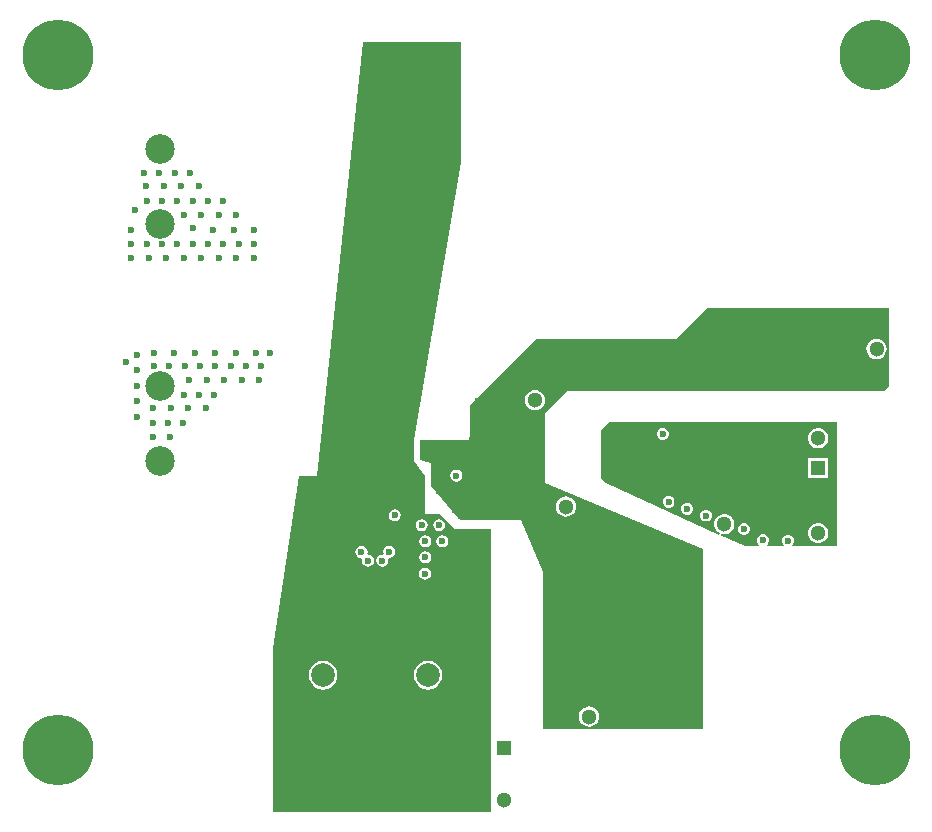
<source format=gbr>
%TF.GenerationSoftware,Altium Limited,Altium Designer,22.9.1 (49)*%
G04 Layer_Physical_Order=3*
G04 Layer_Color=16440176*
%FSLAX45Y45*%
%MOMM*%
%TF.SameCoordinates,C6D2A98E-D71B-44EB-B230-12E80A119C5B*%
%TF.FilePolarity,Positive*%
%TF.FileFunction,Copper,L3,Inr,Signal*%
%TF.Part,Single*%
G01*
G75*
%TA.AperFunction,ComponentPad*%
%ADD43C,1.30000*%
%ADD44C,1.90500*%
%ADD45C,2.00660*%
%ADD46C,0.60000*%
%ADD47R,1.30000X1.30000*%
%ADD48C,6.00000*%
%ADD49R,1.30000X1.30000*%
%ADD50C,2.50000*%
%TA.AperFunction,ViaPad*%
%ADD51C,0.60000*%
G36*
X6060000Y3537865D02*
X7052500D01*
Y2484441D01*
X6680612D01*
X6675352Y2497141D01*
X6682388Y2504177D01*
X6690000Y2522555D01*
Y2542446D01*
X6682388Y2560823D01*
X6668323Y2574888D01*
X6649946Y2582500D01*
X6630054D01*
X6611677Y2574888D01*
X6597612Y2560823D01*
X6590000Y2542446D01*
Y2522555D01*
X6597612Y2504177D01*
X6604648Y2497141D01*
X6599388Y2484441D01*
X6468113D01*
X6462852Y2497141D01*
X6472388Y2506677D01*
X6480000Y2525054D01*
Y2544946D01*
X6472388Y2563323D01*
X6458323Y2577388D01*
X6439946Y2585000D01*
X6420054D01*
X6401677Y2577388D01*
X6387612Y2563323D01*
X6380000Y2544946D01*
Y2525054D01*
X6387612Y2506677D01*
X6397148Y2497141D01*
X6391888Y2484441D01*
X6274706D01*
X6068237Y2578034D01*
X6072531Y2590031D01*
X6076863Y2588871D01*
X6091310Y2585000D01*
X6113691D01*
X6135309Y2590793D01*
X6154691Y2601983D01*
X6170517Y2617809D01*
X6181707Y2637191D01*
X6187500Y2658810D01*
Y2681190D01*
X6181707Y2702809D01*
X6170517Y2722191D01*
X6154691Y2738017D01*
X6135309Y2749207D01*
X6113691Y2755000D01*
X6091310D01*
X6069691Y2749207D01*
X6050309Y2738017D01*
X6034483Y2722191D01*
X6023293Y2702809D01*
X6017500Y2681190D01*
Y2658810D01*
X6023293Y2637191D01*
X6034483Y2617809D01*
X6050309Y2601983D01*
X6061612Y2595457D01*
X6065448Y2593242D01*
X6059638Y2581932D01*
X5100000Y3016941D01*
X5057500Y3059441D01*
Y3464219D01*
X5130886Y3537866D01*
X6060000Y3537865D01*
D02*
G37*
G36*
X7492500Y3835000D02*
X7457500Y3800000D01*
X4772500D01*
X4655000Y3682500D01*
X4587500Y3616184D01*
Y3021648D01*
X5917500Y2460000D01*
Y1525000D01*
Y940000D01*
X4567500D01*
Y2262500D01*
X4382283Y2707500D01*
X3860000D01*
X3615000Y2992500D01*
Y3185000D01*
X3522500Y3217500D01*
X3524947Y3381465D01*
X3527500Y3382500D01*
X3685000D01*
X3942500Y3385000D01*
X3945964Y3429036D01*
X3945000Y3430000D01*
Y3675000D01*
X4510000Y4240000D01*
X5690000D01*
X5952500Y4502500D01*
X7492500D01*
Y3835000D01*
D02*
G37*
G36*
X3870000Y6226058D02*
X3869999Y5735000D01*
X3475000Y3380000D01*
Y3210000D01*
X3570000Y3080897D01*
Y2755000D01*
X3697500D01*
X3822500Y2630000D01*
X4127500D01*
Y232500D01*
X2280000D01*
Y1622533D01*
X2497500Y3077500D01*
X2655000D01*
X3044260Y6752500D01*
X3869999D01*
X3870000Y6226058D01*
D02*
G37*
%LPC*%
G36*
X5589946Y3485000D02*
X5570054D01*
X5551677Y3477388D01*
X5537612Y3463323D01*
X5530000Y3444946D01*
Y3425054D01*
X5537612Y3406677D01*
X5551677Y3392612D01*
X5570054Y3385000D01*
X5589946D01*
X5608323Y3392612D01*
X5622388Y3406677D01*
X5630000Y3425054D01*
Y3444946D01*
X5622388Y3463323D01*
X5608323Y3477388D01*
X5589946Y3485000D01*
D02*
G37*
G36*
X6908691Y3482500D02*
X6886310D01*
X6864691Y3476707D01*
X6845309Y3465517D01*
X6829483Y3449691D01*
X6818293Y3430309D01*
X6812500Y3408690D01*
Y3386309D01*
X6818293Y3364691D01*
X6829483Y3345309D01*
X6845309Y3329483D01*
X6864691Y3318293D01*
X6886310Y3312500D01*
X6908691D01*
X6930309Y3318293D01*
X6949691Y3329483D01*
X6965517Y3345309D01*
X6976707Y3364691D01*
X6982500Y3386309D01*
Y3408690D01*
X6976707Y3430309D01*
X6965517Y3449691D01*
X6949691Y3465517D01*
X6930309Y3476707D01*
X6908691Y3482500D01*
D02*
G37*
G36*
X6982500Y3228500D02*
X6812500D01*
Y3058500D01*
X6982500D01*
Y3228500D01*
D02*
G37*
G36*
X5639946Y2909999D02*
X5620054D01*
X5601677Y2902387D01*
X5587612Y2888322D01*
X5580000Y2869945D01*
Y2850054D01*
X5587612Y2831677D01*
X5601677Y2817611D01*
X5620054Y2809999D01*
X5639946D01*
X5658323Y2817611D01*
X5672388Y2831677D01*
X5680000Y2850054D01*
Y2869945D01*
X5672388Y2888322D01*
X5658323Y2902387D01*
X5639946Y2909999D01*
D02*
G37*
G36*
X5799320Y2851874D02*
X5779429D01*
X5761052Y2844263D01*
X5746987Y2830197D01*
X5739375Y2811820D01*
Y2791929D01*
X5746987Y2773552D01*
X5761052Y2759486D01*
X5779429Y2751875D01*
X5799320D01*
X5817698Y2759486D01*
X5831763Y2773552D01*
X5839375Y2791929D01*
Y2811820D01*
X5831763Y2830197D01*
X5817698Y2844263D01*
X5799320Y2851874D01*
D02*
G37*
G36*
X5958695Y2793750D02*
X5938804D01*
X5920427Y2786138D01*
X5906362Y2772072D01*
X5898750Y2753695D01*
Y2733804D01*
X5906362Y2715427D01*
X5920427Y2701362D01*
X5938804Y2693750D01*
X5958695D01*
X5977072Y2701362D01*
X5991138Y2715427D01*
X5998749Y2733804D01*
Y2753695D01*
X5991138Y2772072D01*
X5977072Y2786138D01*
X5958695Y2793750D01*
D02*
G37*
G36*
X6277446Y2677500D02*
X6257554D01*
X6239177Y2669888D01*
X6225112Y2655823D01*
X6217500Y2637446D01*
Y2617554D01*
X6225112Y2599177D01*
X6239177Y2585112D01*
X6257554Y2577500D01*
X6277446D01*
X6295823Y2585112D01*
X6309888Y2599177D01*
X6317500Y2617554D01*
Y2637446D01*
X6309888Y2655823D01*
X6295823Y2669888D01*
X6277446Y2677500D01*
D02*
G37*
G36*
X6908691Y2680000D02*
X6886310D01*
X6864691Y2674207D01*
X6845309Y2663017D01*
X6829483Y2647191D01*
X6818293Y2627809D01*
X6812500Y2606190D01*
Y2583809D01*
X6818293Y2562191D01*
X6829483Y2542809D01*
X6845309Y2526983D01*
X6864691Y2515793D01*
X6886310Y2510000D01*
X6908691D01*
X6930309Y2515793D01*
X6949691Y2526983D01*
X6965517Y2542809D01*
X6976707Y2562191D01*
X6982500Y2583809D01*
Y2606190D01*
X6976707Y2627809D01*
X6965517Y2647191D01*
X6949691Y2663017D01*
X6930309Y2674207D01*
X6908691Y2680000D01*
D02*
G37*
G36*
X7390771Y4241241D02*
X7368581Y4238319D01*
X7347904Y4229755D01*
X7330148Y4216130D01*
X7316523Y4198374D01*
X7307958Y4177697D01*
X7305037Y4155507D01*
X7307958Y4133318D01*
X7316523Y4112641D01*
X7330148Y4094885D01*
X7347904Y4081260D01*
X7368581Y4072695D01*
X7390771Y4069774D01*
X7412960Y4072695D01*
X7433637Y4081260D01*
X7451393Y4094885D01*
X7465018Y4112641D01*
X7473583Y4133318D01*
X7476504Y4155507D01*
X7473583Y4177697D01*
X7465018Y4198374D01*
X7451393Y4216130D01*
X7433637Y4229755D01*
X7412960Y4238319D01*
X7390771Y4241241D01*
D02*
G37*
G36*
X4497500Y3805733D02*
X4475311Y3802812D01*
X4454633Y3794247D01*
X4436877Y3780623D01*
X4423253Y3762867D01*
X4414688Y3742189D01*
X4411767Y3720000D01*
X4414688Y3697810D01*
X4423253Y3677133D01*
X4436877Y3659377D01*
X4454633Y3645753D01*
X4475311Y3637188D01*
X4497500Y3634267D01*
X4519689Y3637188D01*
X4540367Y3645753D01*
X4558123Y3659377D01*
X4571747Y3677133D01*
X4580312Y3697810D01*
X4583233Y3720000D01*
X4580312Y3742189D01*
X4571747Y3762867D01*
X4558123Y3780623D01*
X4540367Y3794247D01*
X4519689Y3802812D01*
X4497500Y3805733D01*
D02*
G37*
G36*
X3832500Y3133480D02*
X3812991Y3129599D01*
X3796452Y3118548D01*
X3785401Y3102009D01*
X3781521Y3082500D01*
X3785401Y3062991D01*
X3796452Y3046452D01*
X3812991Y3035401D01*
X3832500Y3031520D01*
X3852009Y3035401D01*
X3868548Y3046452D01*
X3879599Y3062991D01*
X3883480Y3082500D01*
X3879599Y3102009D01*
X3868548Y3118548D01*
X3852009Y3129599D01*
X3832500Y3133480D01*
D02*
G37*
G36*
X4760000Y2905733D02*
X4737810Y2902812D01*
X4717133Y2894247D01*
X4699377Y2880623D01*
X4685753Y2862867D01*
X4677188Y2842189D01*
X4674266Y2820000D01*
X4677188Y2797811D01*
X4685753Y2777133D01*
X4699377Y2759377D01*
X4717133Y2745753D01*
X4737810Y2737188D01*
X4760000Y2734267D01*
X4782189Y2737188D01*
X4802866Y2745753D01*
X4820623Y2759377D01*
X4834247Y2777133D01*
X4842812Y2797811D01*
X4845733Y2820000D01*
X4842812Y2842189D01*
X4834247Y2862867D01*
X4820623Y2880623D01*
X4802866Y2894247D01*
X4782189Y2902812D01*
X4760000Y2905733D01*
D02*
G37*
G36*
X4957500Y1128233D02*
X4935311Y1125312D01*
X4914633Y1116747D01*
X4896877Y1103123D01*
X4883253Y1085367D01*
X4874688Y1064690D01*
X4871767Y1042500D01*
X4874688Y1020311D01*
X4883253Y999633D01*
X4896877Y981877D01*
X4914633Y968253D01*
X4935311Y959688D01*
X4957500Y956767D01*
X4979690Y959688D01*
X5000367Y968253D01*
X5018123Y981877D01*
X5031747Y999633D01*
X5040312Y1020311D01*
X5043233Y1042500D01*
X5040312Y1064690D01*
X5031747Y1085367D01*
X5018123Y1103123D01*
X5000367Y1116747D01*
X4979690Y1125312D01*
X4957500Y1128233D01*
D02*
G37*
G36*
X3312500Y2795979D02*
X3292991Y2792099D01*
X3276452Y2781048D01*
X3265401Y2764509D01*
X3261521Y2745000D01*
X3265401Y2725491D01*
X3276452Y2708952D01*
X3292991Y2697901D01*
X3312500Y2694020D01*
X3332009Y2697901D01*
X3348548Y2708952D01*
X3359599Y2725491D01*
X3363480Y2745000D01*
X3359599Y2764509D01*
X3348548Y2781048D01*
X3332009Y2792099D01*
X3312500Y2795979D01*
D02*
G37*
G36*
X3687500Y2713480D02*
X3667991Y2709599D01*
X3651452Y2698548D01*
X3640401Y2682009D01*
X3636521Y2662500D01*
X3640401Y2642991D01*
X3651452Y2626452D01*
X3667991Y2615401D01*
X3687500Y2611521D01*
X3707009Y2615401D01*
X3723548Y2626452D01*
X3734599Y2642991D01*
X3738480Y2662500D01*
X3734599Y2682009D01*
X3723548Y2698548D01*
X3707009Y2709599D01*
X3687500Y2713480D01*
D02*
G37*
G36*
X3540000D02*
X3520491Y2709599D01*
X3503952Y2698548D01*
X3492901Y2682009D01*
X3489020Y2662500D01*
X3492901Y2642991D01*
X3503952Y2626452D01*
X3520491Y2615401D01*
X3540000Y2611521D01*
X3559509Y2615401D01*
X3576048Y2626452D01*
X3587099Y2642991D01*
X3590980Y2662500D01*
X3587099Y2682009D01*
X3576048Y2698548D01*
X3559509Y2709599D01*
X3540000Y2713480D01*
D02*
G37*
G36*
X3715000Y2576813D02*
X3695491Y2572932D01*
X3678952Y2561881D01*
X3667901Y2545342D01*
X3664020Y2525833D01*
X3667901Y2506324D01*
X3678952Y2489785D01*
X3695491Y2478734D01*
X3715000Y2474854D01*
X3734509Y2478734D01*
X3751048Y2489785D01*
X3762099Y2506324D01*
X3765980Y2525833D01*
X3762099Y2545342D01*
X3751048Y2561881D01*
X3734509Y2572932D01*
X3715000Y2576813D01*
D02*
G37*
G36*
X3570000D02*
X3550491Y2572932D01*
X3533952Y2561881D01*
X3522901Y2545342D01*
X3519020Y2525833D01*
X3522901Y2506324D01*
X3533952Y2489785D01*
X3550491Y2478734D01*
X3570000Y2474854D01*
X3589509Y2478734D01*
X3606048Y2489785D01*
X3617099Y2506324D01*
X3620980Y2525833D01*
X3617099Y2545342D01*
X3606048Y2561881D01*
X3589509Y2572932D01*
X3570000Y2576813D01*
D02*
G37*
G36*
Y2440146D02*
X3550491Y2436266D01*
X3533952Y2425215D01*
X3522901Y2408676D01*
X3519020Y2389167D01*
X3522901Y2369658D01*
X3533952Y2353119D01*
X3550491Y2342068D01*
X3570000Y2338187D01*
X3589509Y2342068D01*
X3606048Y2353119D01*
X3617099Y2369658D01*
X3620980Y2389167D01*
X3617099Y2408676D01*
X3606048Y2425215D01*
X3589509Y2436266D01*
X3570000Y2440146D01*
D02*
G37*
G36*
X3265000Y2488480D02*
X3245491Y2484599D01*
X3228952Y2473548D01*
X3217901Y2457009D01*
X3214020Y2437500D01*
X3216582Y2424622D01*
X3207675Y2413695D01*
X3206860Y2413352D01*
X3187991Y2409599D01*
X3171452Y2398548D01*
X3160401Y2382009D01*
X3156520Y2362500D01*
X3160401Y2342991D01*
X3171452Y2326452D01*
X3187991Y2315401D01*
X3207500Y2311520D01*
X3227009Y2315401D01*
X3243548Y2326452D01*
X3254599Y2342991D01*
X3258480Y2362500D01*
X3255918Y2375378D01*
X3264825Y2386305D01*
X3265640Y2386648D01*
X3284509Y2390401D01*
X3301048Y2401452D01*
X3312099Y2417991D01*
X3315980Y2437500D01*
X3312099Y2457009D01*
X3301048Y2473548D01*
X3284509Y2484599D01*
X3265000Y2488480D01*
D02*
G37*
G36*
X3030000Y2485980D02*
X3010491Y2482099D01*
X2993952Y2471048D01*
X2982901Y2454509D01*
X2979020Y2435000D01*
X2982901Y2415491D01*
X2993952Y2398952D01*
X3010491Y2387901D01*
X3026477Y2384721D01*
X3030078Y2383866D01*
X3035961Y2372257D01*
X3034020Y2362500D01*
X3037901Y2342991D01*
X3048952Y2326452D01*
X3065491Y2315401D01*
X3085000Y2311520D01*
X3104509Y2315401D01*
X3121048Y2326452D01*
X3132099Y2342991D01*
X3135980Y2362500D01*
X3132099Y2382009D01*
X3121048Y2398548D01*
X3104509Y2409599D01*
X3088523Y2412779D01*
X3084922Y2413634D01*
X3079039Y2425243D01*
X3080980Y2435000D01*
X3077099Y2454509D01*
X3066048Y2471048D01*
X3049509Y2482099D01*
X3030000Y2485980D01*
D02*
G37*
G36*
X3567500Y2303480D02*
X3547991Y2299599D01*
X3531452Y2288548D01*
X3520401Y2272009D01*
X3516521Y2252500D01*
X3520401Y2232991D01*
X3531452Y2216452D01*
X3547991Y2205401D01*
X3567500Y2201520D01*
X3587009Y2205401D01*
X3603548Y2216452D01*
X3614599Y2232991D01*
X3618480Y2252500D01*
X3614599Y2272009D01*
X3603548Y2288548D01*
X3587009Y2299599D01*
X3567500Y2303480D01*
D02*
G37*
G36*
X3592500Y1513868D02*
X3561087Y1509733D01*
X3531816Y1497608D01*
X3506680Y1478320D01*
X3487392Y1453184D01*
X3475267Y1423912D01*
X3471131Y1392500D01*
X3475267Y1361087D01*
X3487392Y1331816D01*
X3506680Y1306680D01*
X3531816Y1287392D01*
X3561087Y1275267D01*
X3592500Y1271132D01*
X3623912Y1275267D01*
X3653184Y1287392D01*
X3678320Y1306680D01*
X3697608Y1331816D01*
X3709732Y1361087D01*
X3713868Y1392500D01*
X3709732Y1423912D01*
X3697608Y1453184D01*
X3678320Y1478320D01*
X3653184Y1497608D01*
X3623912Y1509733D01*
X3592500Y1513868D01*
D02*
G37*
G36*
X2705000D02*
X2673587Y1509733D01*
X2644316Y1497608D01*
X2619179Y1478320D01*
X2599892Y1453184D01*
X2587767Y1423912D01*
X2583631Y1392500D01*
X2587767Y1361087D01*
X2599892Y1331816D01*
X2619179Y1306680D01*
X2644316Y1287392D01*
X2673587Y1275267D01*
X2705000Y1271132D01*
X2736412Y1275267D01*
X2765684Y1287392D01*
X2790820Y1306680D01*
X2810108Y1331816D01*
X2822232Y1361087D01*
X2826368Y1392500D01*
X2822232Y1423912D01*
X2810108Y1453184D01*
X2790820Y1478320D01*
X2765684Y1497608D01*
X2736412Y1509733D01*
X2705000Y1513868D01*
D02*
G37*
%LPD*%
D43*
X4497500Y3720000D02*
D03*
X6102500Y2670000D02*
D03*
X4037500Y777500D02*
D03*
X6897500Y3397500D02*
D03*
X7390771Y4155507D02*
D03*
X6897500Y2595000D02*
D03*
Y2841380D02*
D03*
X4240000Y337500D02*
D03*
X3972500D02*
D03*
X4957500Y1042500D02*
D03*
X4727500D02*
D03*
X7390771Y3926907D02*
D03*
X6237500Y3460000D02*
D03*
X5975000Y3010000D02*
D03*
X4760000Y2820000D02*
D03*
X7080000Y4385000D02*
D03*
D44*
X3847770Y1137230D02*
D03*
X3337230D02*
D03*
Y1647770D02*
D03*
X3847770D02*
D03*
X2960270Y1137230D02*
D03*
X2449730D02*
D03*
X2960270Y1647770D02*
D03*
X2449730D02*
D03*
D45*
X3592500Y1392500D02*
D03*
X2705000D02*
D03*
D46*
X3195300Y2562700D02*
D03*
Y2664300D02*
D03*
X3093700Y2562700D02*
D03*
Y2664300D02*
D03*
D47*
X4237500Y777500D02*
D03*
D48*
X457500Y762500D02*
D03*
Y6642500D02*
D03*
X7377500D02*
D03*
Y762500D02*
D03*
D49*
X6897500Y3143500D02*
D03*
D50*
X1322500Y5210000D02*
D03*
Y5845000D02*
D03*
Y3837500D02*
D03*
Y3202500D02*
D03*
D51*
X1503214Y5530000D02*
D03*
X1354642D02*
D03*
X1577499Y5645000D02*
D03*
X1206071Y5530000D02*
D03*
X1651785D02*
D03*
X1447499Y5645000D02*
D03*
X1317500D02*
D03*
X1187500D02*
D03*
X1971427Y5290000D02*
D03*
X1525714D02*
D03*
X1599999Y5405000D02*
D03*
X1822856Y5290000D02*
D03*
X1674285D02*
D03*
X1110000Y5332500D02*
D03*
X1859999Y5405000D02*
D03*
X1729999D02*
D03*
X1469999D02*
D03*
X1340000D02*
D03*
X1210000D02*
D03*
X1127500Y3582501D02*
D03*
X1037500Y4045000D02*
D03*
X1127500Y3712501D02*
D03*
Y3842501D02*
D03*
Y3972500D02*
D03*
Y4102500D02*
D03*
X1411071Y3412500D02*
D03*
X1262500D02*
D03*
X1522499Y3527500D02*
D03*
X1392500D02*
D03*
X1262500D02*
D03*
X1710714Y3652500D02*
D03*
X1562142D02*
D03*
X1784999Y3767500D02*
D03*
X1413571Y3652500D02*
D03*
X1265000D02*
D03*
X1654999Y3767500D02*
D03*
X1524999D02*
D03*
X3712500Y3049999D02*
D03*
X3877500Y2970000D02*
D03*
X3640000Y3010000D02*
D03*
X3673400Y3337500D02*
D03*
Y3260000D02*
D03*
X3642500Y3090000D02*
D03*
X3765750Y2988000D02*
D03*
X3686500Y2956000D02*
D03*
X3819000Y2926000D02*
D03*
X3733000Y2902000D02*
D03*
X3779499Y2848000D02*
D03*
X3992500Y2850000D02*
D03*
X3872250Y2864000D02*
D03*
X3825999Y2794000D02*
D03*
X4038750Y2795000D02*
D03*
X3925499Y2802000D02*
D03*
X3832500Y3082500D02*
D03*
X3978749Y2740000D02*
D03*
X4084999D02*
D03*
X2735000Y2880000D02*
D03*
X2727500Y2997500D02*
D03*
X3872499Y2740000D02*
D03*
X3645000Y3192500D02*
D03*
X2922500Y1815000D02*
D03*
X2257500Y4122500D02*
D03*
X3787499Y6645000D02*
D03*
X3706666D02*
D03*
X3625833D02*
D03*
X3545000D02*
D03*
X3464166D02*
D03*
X3383333D02*
D03*
X3302500D02*
D03*
X3221667D02*
D03*
X3140833D02*
D03*
X3828332Y6712500D02*
D03*
X3747499D02*
D03*
X3666666D02*
D03*
X3585833D02*
D03*
X3505000D02*
D03*
X3424166D02*
D03*
X3343333D02*
D03*
X3262500D02*
D03*
X3181667D02*
D03*
X3100834D02*
D03*
X2830000Y1868889D02*
D03*
Y2105000D02*
D03*
Y1986945D02*
D03*
X2452500Y1995556D02*
D03*
Y2231666D02*
D03*
Y2349722D02*
D03*
Y2113611D02*
D03*
Y2467777D02*
D03*
Y1877500D02*
D03*
X2735000Y1935557D02*
D03*
Y2171668D02*
D03*
Y2289723D02*
D03*
Y2053612D02*
D03*
Y2407779D02*
D03*
Y2761945D02*
D03*
Y2525834D02*
D03*
Y2643889D02*
D03*
Y1817502D02*
D03*
X2642500Y1873057D02*
D03*
Y2109168D02*
D03*
Y2227223D02*
D03*
Y1991112D02*
D03*
Y2345279D02*
D03*
Y2699445D02*
D03*
Y2463334D02*
D03*
Y2581389D02*
D03*
Y2817500D02*
D03*
X2552500Y1820000D02*
D03*
Y2882499D02*
D03*
Y2646388D02*
D03*
Y2528333D02*
D03*
Y2764443D02*
D03*
Y2410277D02*
D03*
Y2056111D02*
D03*
Y2292222D02*
D03*
Y2174166D02*
D03*
X5630000Y2859999D02*
D03*
X3567500Y2252500D02*
D03*
X3570000Y2389167D02*
D03*
X3715000Y2525833D02*
D03*
X3570000D02*
D03*
X3687500Y2662500D02*
D03*
X3540000D02*
D03*
X6267500Y2627500D02*
D03*
X6471249Y3460000D02*
D03*
X6704999D02*
D03*
X6003750D02*
D03*
X5775000Y3480000D02*
D03*
X5375000Y3495000D02*
D03*
X6715000Y2925000D02*
D03*
X6513333D02*
D03*
X6311667D02*
D03*
X6715000Y3120000D02*
D03*
X6513333D02*
D03*
X6311667D02*
D03*
X6640000Y2532500D02*
D03*
X6430000Y2535000D02*
D03*
X6422500Y3960000D02*
D03*
X7210000Y3955000D02*
D03*
Y3842500D02*
D03*
X7400000Y4317500D02*
D03*
X7187500D02*
D03*
X6975000D02*
D03*
X6762500D02*
D03*
X6550000D02*
D03*
X4345000Y3852500D02*
D03*
X4540000Y2562500D02*
D03*
X4432500Y3220000D02*
D03*
X4520000Y3280000D02*
D03*
Y3152500D02*
D03*
Y3402500D02*
D03*
X4445000Y3342500D02*
D03*
X6468000Y3842500D02*
D03*
X7024500D02*
D03*
X6839000D02*
D03*
X6653500D02*
D03*
X6282500D02*
D03*
X6166250Y4440000D02*
D03*
X6287500D02*
D03*
X6045000D02*
D03*
X5302500Y4185000D02*
D03*
X5102500D02*
D03*
X4902500D02*
D03*
X4702500D02*
D03*
X4530000Y4155000D02*
D03*
X4345000Y3967500D02*
D03*
X4232500Y3852500D02*
D03*
X4092500Y3770000D02*
D03*
X4017500Y3712500D02*
D03*
X4627500Y2630000D02*
D03*
X4522500Y2695000D02*
D03*
X4667500Y2509998D02*
D03*
Y2314166D02*
D03*
Y2118333D02*
D03*
X4670000Y1922500D02*
D03*
X4667500Y1685000D02*
D03*
Y1478750D02*
D03*
Y1272500D02*
D03*
X3558959Y1679167D02*
D03*
Y1890833D02*
D03*
X3650000Y1802500D02*
D03*
X3407917D02*
D03*
X2552500Y1938056D02*
D03*
X2491042Y405833D02*
D03*
X2733124D02*
D03*
X2975207D02*
D03*
X3217290D02*
D03*
X3459373D02*
D03*
X3701456D02*
D03*
X2491042Y617500D02*
D03*
X2733124D02*
D03*
X2975207D02*
D03*
X3217290D02*
D03*
X3459373D02*
D03*
X3701456D02*
D03*
X2491042Y829166D02*
D03*
X2733124D02*
D03*
X2975207D02*
D03*
X3217290D02*
D03*
X3459373D02*
D03*
X3701456D02*
D03*
X1272501Y4007500D02*
D03*
X1402500D02*
D03*
X1532500D02*
D03*
X1662500D02*
D03*
X1922499D02*
D03*
X2052499D02*
D03*
X2182499D02*
D03*
X1866785Y3892500D02*
D03*
X2015357D02*
D03*
X1792500Y4007500D02*
D03*
X1569643Y3892500D02*
D03*
X1718214D02*
D03*
X2163928D02*
D03*
X1792500Y4122500D02*
D03*
X1619167D02*
D03*
X1445834D02*
D03*
X1272501D02*
D03*
X1965833D02*
D03*
X2139166D02*
D03*
X1946666Y5157500D02*
D03*
X1773333D02*
D03*
X1080000D02*
D03*
X2119999D02*
D03*
X1600000Y5177500D02*
D03*
X1971427Y4927500D02*
D03*
X2119999D02*
D03*
X1525714D02*
D03*
X1377143D02*
D03*
X1599999Y5042500D02*
D03*
X1228571Y4927500D02*
D03*
X1822856D02*
D03*
X1674285D02*
D03*
X1080000D02*
D03*
X2119998Y5042500D02*
D03*
X1989998D02*
D03*
X1859999D02*
D03*
X1729999D02*
D03*
X1469999D02*
D03*
X1340000D02*
D03*
X1210000D02*
D03*
X1080000D02*
D03*
X2612083Y300000D02*
D03*
X2854166D02*
D03*
X3096249D02*
D03*
X2370000D02*
D03*
X3822497D02*
D03*
X3338331D02*
D03*
X3580414D02*
D03*
X3822497Y511667D02*
D03*
X3580414Y511666D02*
D03*
X3338331D02*
D03*
X3096249D02*
D03*
X2854166D02*
D03*
X2612083D02*
D03*
X2370000D02*
D03*
X3338331Y723333D02*
D03*
X3580414D02*
D03*
X3822497Y723333D02*
D03*
X3822499Y935000D02*
D03*
X3580415Y934999D02*
D03*
X3338332D02*
D03*
X2370000Y723333D02*
D03*
X2612083D02*
D03*
X2854166D02*
D03*
X3096249D02*
D03*
X3096249Y934999D02*
D03*
X2854166D02*
D03*
X2612083D02*
D03*
X2370000D02*
D03*
X3230000Y2985000D02*
D03*
X3301250D02*
D03*
X3455417D02*
D03*
X3532500D02*
D03*
X3378333D02*
D03*
X2891250Y2997500D02*
D03*
X3054999D02*
D03*
X2973125D02*
D03*
X2809375D02*
D03*
X2635001Y2985000D02*
D03*
X2554168D02*
D03*
X3099167Y6582500D02*
D03*
X3180000D02*
D03*
X3260833D02*
D03*
X3341666D02*
D03*
X3422500D02*
D03*
X3503333D02*
D03*
X3584166D02*
D03*
X3664999D02*
D03*
X3745832D02*
D03*
X3826666D02*
D03*
X3139167Y6515000D02*
D03*
X3220000D02*
D03*
X3300833D02*
D03*
X3381666D02*
D03*
X3462500D02*
D03*
X3543333D02*
D03*
X3624166D02*
D03*
X3704999D02*
D03*
X3785832D02*
D03*
X3827499Y6440000D02*
D03*
X3746666D02*
D03*
X3665832D02*
D03*
X3584999D02*
D03*
X3504166D02*
D03*
X3423333D02*
D03*
X3342500D02*
D03*
X3261666D02*
D03*
X3180833D02*
D03*
X3100000D02*
D03*
X3205000Y2237500D02*
D03*
X3085000D02*
D03*
X2947500Y2252500D02*
D03*
X3362500Y2335000D02*
D03*
X3342500Y2260000D02*
D03*
X2922500Y2335000D02*
D03*
X3220000Y2840000D02*
D03*
X3145000D02*
D03*
X3070000D02*
D03*
X3207500Y2362500D02*
D03*
X3085000D02*
D03*
X3312500Y2745000D02*
D03*
X3265000Y2437500D02*
D03*
X5787500Y2245000D02*
D03*
Y2340000D02*
D03*
X5580000Y3435000D02*
D03*
X3030000Y2435000D02*
D03*
X5355000Y3152500D02*
D03*
X6552600Y4437500D02*
D03*
X6762575D02*
D03*
X6972550D02*
D03*
X7182525D02*
D03*
X7392500D02*
D03*
X6110000Y2925000D02*
D03*
Y3120000D02*
D03*
X5762500Y3015000D02*
D03*
X5948750Y2743750D02*
D03*
X5789375Y2801875D02*
D03*
%TF.MD5,1d35ba027881c1f3b3087b92db649e79*%
M02*

</source>
